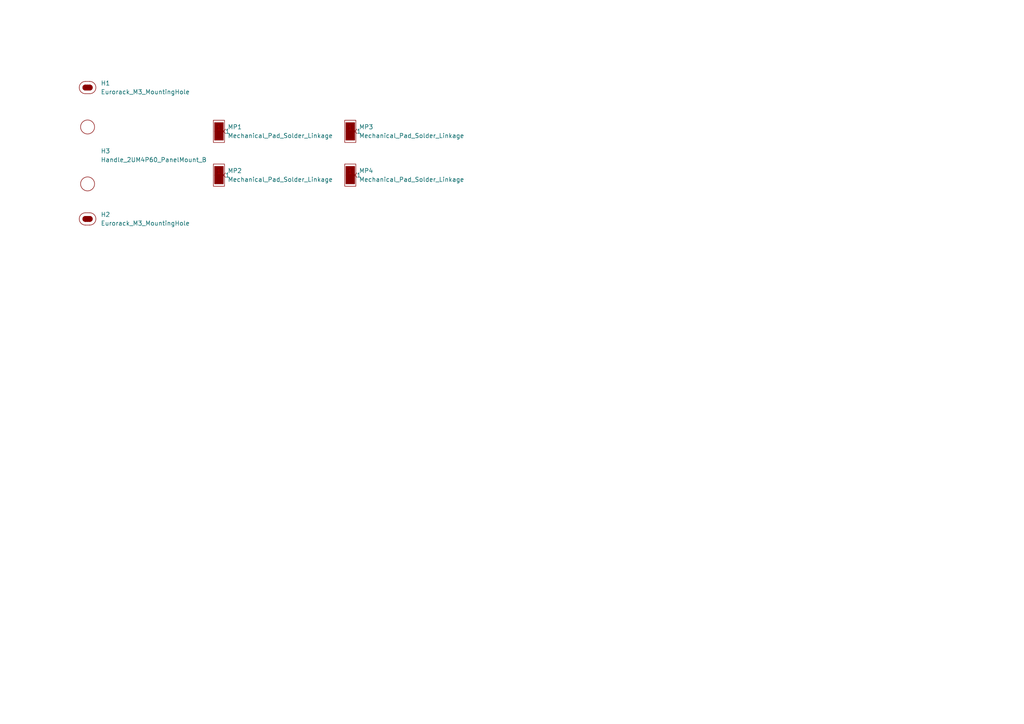
<source format=kicad_sch>
(kicad_sch (version 20250114) (generator "eeschema") (generator_version "9.0")
  (paper "A4")
  (lib_symbols
    (symbol "EXC:Eurorack_M3_MountingHole" (pin_names (offset 1.016))
      (property "Reference" "H" (at 0 5.08 0))
      (property "Value" "Eurorack_M3_MountingHole" (at 0 3.175 0))
      (symbol "Eurorack_M3_MountingHole_0_1"
        (polyline (pts (xy -0.635 0.762) (xy 0.635 0.762)))
        (circle (center -0.635 0) (radius 0.762) (fill (type outline)))
        (arc (start -0.635 -0.762) (mid -1.397 0) (end -0.635 0.762))
        (arc (start -0.635 -1.778) (mid -2.413 0) (end -0.635 1.778))
        (polyline (pts (xy -0.635 -0.762) (xy 0.635 -0.762)))
        (polyline (pts (xy -0.635 -1.778) (xy 0.635 -1.778)))
        (circle (center 0 0) (radius 0.762) (fill (type outline)))
        (polyline (pts (xy 0.635 1.778) (xy -0.635 1.778)))
        (arc (start 0.6141 1.778) (mid 2.4131 0) (end 0.6141 -1.778))
        (arc (start 0.6227 0.762) (mid 1.3971 0) (end 0.6227 -0.762))
        (circle (center 0.635 0) (radius 0.762) (fill (type outline)))
      )
    )
    (symbol "EXC:Handle_2UM4P60_B"
      (property "Reference" "H" (at 0 -3.302 0))
      (property "Value" "Handle_2UM4P60_PanelMount_B" (at 0.254 -21.336 0))
      (symbol "Handle_2UM4P60_B_0_1"
        (circle (center 0 0) (radius 2.032))
        (circle (center 0 -16.51) (radius 2.032))
      )
    )
    (symbol "EXC:Mechanical_Pad_Solder_Linkage"
      (property "Reference" "MP" (at 0 4.318 0))
      (property "Value" "Mechanical_Pad_Solder_Linkage" (at 0 -4.318 0))
      (symbol "Mechanical_Pad_Solder_Linkage_0_1"
        (rectangle (start -1.6129 3.2258) (end 1.6129 -3.2258))
        (rectangle (start -1.27 2.54) (end 1.27 -2.54) (fill (type outline)))
      )
      (symbol "Mechanical_Pad_Solder_Linkage_1_1"
        (pin bidirectional non_logic (at -1.27 0 0) (length 2.54) (name "1") (number "1"))
      )
    )
  )
  (symbol (lib_id "EXC:Mechanical_Pad_Solder_Linkage") (at 63.5 50.8 0) (unit 1)
    (property "Reference" "MP2" (at 66.04 49.5299 0) (effects (justify left)))
    (property "Value" "Mechanical_Pad_Solder_Linkage" (at 66.04 52.0699 0) (effects (justify left)))
    (property "Footprint" "EXC:SolderWirePad_1x01_SMD_1x2mm" (effects (hide yes)))
    (property "Description" "Solder pad for mechanically connecting PCBs/etc." (effects (hide yes)))
  )
  (symbol (lib_id "EXC:Mechanical_Pad_Solder_Linkage") (at 63.5 38.1 0) (unit 1)
    (property "Reference" "MP1" (at 66.04 36.8299 0) (effects (justify left)))
    (property "Value" "Mechanical_Pad_Solder_Linkage" (at 66.04 39.3699 0) (effects (justify left)))
    (property "Footprint" "EXC:SolderWirePad_1x01_SMD_1x2mm" (effects (hide yes)))
    (property "Description" "Solder pad for mechanically connecting PCBs/etc." (effects (hide yes)))
  )
  (symbol (lib_id "EXC:Mechanical_Pad_Solder_Linkage") (at 101.6 50.8 0) (unit 1)
    (property "Reference" "MP4" (at 104.14 49.5299 0) (effects (justify left)))
    (property "Value" "Mechanical_Pad_Solder_Linkage" (at 104.14 52.0699 0) (effects (justify left)))
    (property "Footprint" "EXC:SolderWirePad_1x01_SMD_1x2mm" (effects (hide yes)))
    (property "Description" "Solder pad for mechanically connecting PCBs/etc." (effects (hide yes)))
  )
  (symbol (lib_id "EXC:Mechanical_Pad_Solder_Linkage") (at 101.6 38.1 0) (unit 1)
    (property "Reference" "MP3" (at 104.14 36.8299 0) (effects (justify left)))
    (property "Value" "Mechanical_Pad_Solder_Linkage" (at 104.14 39.3699 0) (effects (justify left)))
    (property "Footprint" "EXC:SolderWirePad_1x01_SMD_1x2mm" (effects (hide yes)))
    (property "Description" "Solder pad for mechanically connecting PCBs/etc." (effects (hide yes)))
  )
  (symbol (lib_id "EXC:Eurorack_M3_MountingHole") (at 25.4 25.4 0) (unit 1)
    (property "Reference" "H1" (at 29.21 24.1299 0) (effects (justify left)))
    (property "Value" "Eurorack_M3_MountingHole" (at 29.21 26.6699 0) (effects (justify left)))
    (property "Footprint" "EXC:MountingHole_3.2mm_M3" (effects (hide yes)))
    (property "Description" "Mounting Hole without connection" (effects (hide yes)))
  )
  (symbol (lib_id "EXC:Eurorack_M3_MountingHole") (at 25.4 63.5 0) (unit 1)
    (property "Reference" "H2" (at 29.21 62.2299 0) (effects (justify left)))
    (property "Value" "Eurorack_M3_MountingHole" (at 29.21 64.7699 0) (effects (justify left)))
    (property "Footprint" "EXC:MountingHole_3.2mm_M3" (effects (hide yes)))
    (property "Description" "Mounting Hole without connection" (effects (hide yes)))
  )
  (symbol (lib_id "EXC:Handle_2UM4P60_B") (at 25.4 36.83 0) (unit 1)
    (property "Reference" "H3" (at 29.21 43.8149 0) (effects (justify left)))
    (property "Value" "Handle_2UM4P60_PanelMount_B" (at 29.21 46.3549 0) (effects (justify left)))
    (property "Footprint" "EXC:Handle_2UM4P60_B" (effects (hide yes)))
    (property "Datasheet" "https://ae-pic-a1.aliexpress-media.com/kf/Sbae1622782804f9f92841f71c2bff088U.jpg" (effects (hide yes)))
    (property "Description" "The part of the handle that has the holes for the screws' heads" (effects (hide yes)))
    (property "Source" "https://www.aliexpress.com/item/1005007166949940.html" (effects (hide yes)))
  )
)
</source>
